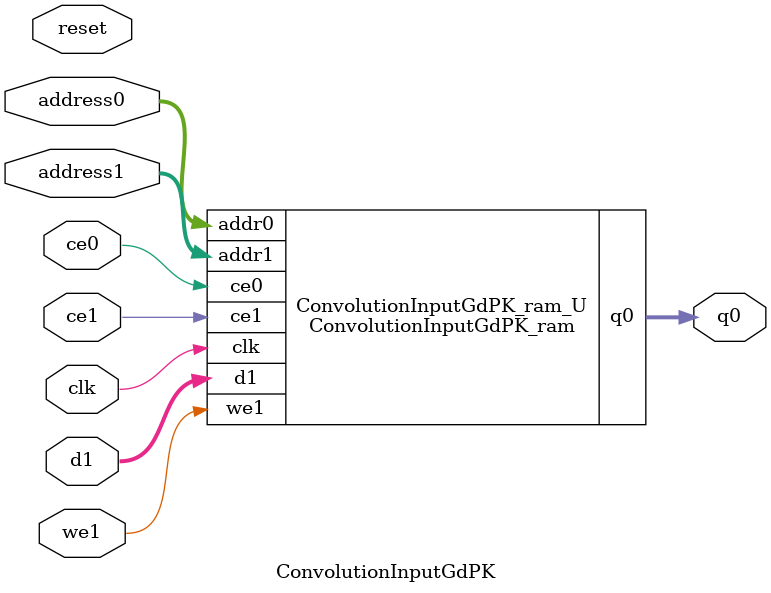
<source format=v>

`timescale 1 ns / 1 ps
module ConvolutionInputGdPK_ram (addr0, ce0, q0, addr1, ce1, d1, we1,  clk);

parameter DWIDTH = 64;
parameter AWIDTH = 5;
parameter MEM_SIZE = 24;

input[AWIDTH-1:0] addr0;
input ce0;
output reg[DWIDTH-1:0] q0;
input[AWIDTH-1:0] addr1;
input ce1;
input[DWIDTH-1:0] d1;
input we1;
input clk;

reg [DWIDTH-1:0] ram[0:MEM_SIZE-1];




always @(posedge clk)  
begin 
    if (ce0) 
    begin
            q0 <= ram[addr0];
    end
end


always @(posedge clk)  
begin 
    if (ce1) 
    begin
        if (we1) 
        begin 
            ram[addr1] <= d1; 
        end 
    end
end


endmodule


`timescale 1 ns / 1 ps
module ConvolutionInputGdPK(
    reset,
    clk,
    address0,
    ce0,
    q0,
    address1,
    ce1,
    we1,
    d1);

parameter DataWidth = 32'd64;
parameter AddressRange = 32'd24;
parameter AddressWidth = 32'd5;
input reset;
input clk;
input[AddressWidth - 1:0] address0;
input ce0;
output[DataWidth - 1:0] q0;
input[AddressWidth - 1:0] address1;
input ce1;
input we1;
input[DataWidth - 1:0] d1;



ConvolutionInputGdPK_ram ConvolutionInputGdPK_ram_U(
    .clk( clk ),
    .addr0( address0 ),
    .ce0( ce0 ),
    .q0( q0 ),
    .addr1( address1 ),
    .ce1( ce1 ),
    .we1( we1 ),
    .d1( d1 ));

endmodule


</source>
